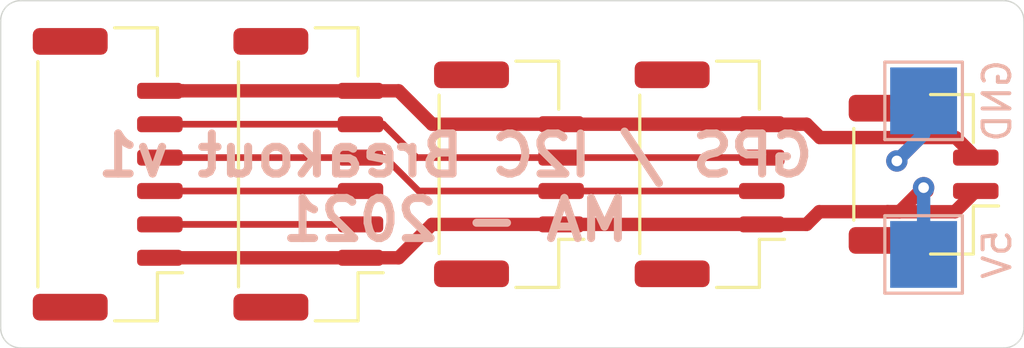
<source format=kicad_pcb>
(kicad_pcb (version 20171130) (host pcbnew "(5.1.5)-3")

  (general
    (thickness 1.6)
    (drawings 9)
    (tracks 44)
    (zones 0)
    (modules 7)
    (nets 7)
  )

  (page A4)
  (layers
    (0 F.Cu signal)
    (31 B.Cu signal)
    (32 B.Adhes user)
    (33 F.Adhes user)
    (34 B.Paste user)
    (35 F.Paste user)
    (36 B.SilkS user)
    (37 F.SilkS user)
    (38 B.Mask user)
    (39 F.Mask user)
    (40 Dwgs.User user)
    (41 Cmts.User user)
    (42 Eco1.User user)
    (43 Eco2.User user)
    (44 Edge.Cuts user)
    (45 Margin user)
    (46 B.CrtYd user)
    (47 F.CrtYd user)
    (48 B.Fab user hide)
    (49 F.Fab user hide)
  )

  (setup
    (last_trace_width 0.25)
    (trace_clearance 0.2)
    (zone_clearance 0.508)
    (zone_45_only no)
    (trace_min 0.2)
    (via_size 0.8)
    (via_drill 0.4)
    (via_min_size 0.4)
    (via_min_drill 0.3)
    (uvia_size 0.3)
    (uvia_drill 0.1)
    (uvias_allowed no)
    (uvia_min_size 0.2)
    (uvia_min_drill 0.1)
    (edge_width 0.05)
    (segment_width 0.2)
    (pcb_text_width 0.3)
    (pcb_text_size 1.5 1.5)
    (mod_edge_width 0.12)
    (mod_text_size 1 1)
    (mod_text_width 0.15)
    (pad_size 1.524 1.524)
    (pad_drill 0.762)
    (pad_to_mask_clearance 0.051)
    (solder_mask_min_width 0.25)
    (aux_axis_origin 0 0)
    (visible_elements 7FFFFFFF)
    (pcbplotparams
      (layerselection 0x010fc_ffffffff)
      (usegerberextensions true)
      (usegerberattributes false)
      (usegerberadvancedattributes false)
      (creategerberjobfile false)
      (excludeedgelayer true)
      (linewidth 0.100000)
      (plotframeref false)
      (viasonmask false)
      (mode 1)
      (useauxorigin false)
      (hpglpennumber 1)
      (hpglpenspeed 20)
      (hpglpendiameter 15.000000)
      (psnegative false)
      (psa4output false)
      (plotreference true)
      (plotvalue true)
      (plotinvisibletext false)
      (padsonsilk false)
      (subtractmaskfromsilk true)
      (outputformat 1)
      (mirror false)
      (drillshape 0)
      (scaleselection 1)
      (outputdirectory "outputs/"))
  )

  (net 0 "")
  (net 1 Earth)
  (net 2 +5V)
  (net 3 "Net-(J2-Pad3)")
  (net 4 "Net-(J2-Pad2)")
  (net 5 "Net-(J4-Pad3)")
  (net 6 "Net-(J4-Pad2)")

  (net_class Default "This is the default net class."
    (clearance 0.2)
    (trace_width 0.25)
    (via_dia 0.8)
    (via_drill 0.4)
    (uvia_dia 0.3)
    (uvia_drill 0.1)
    (add_net "Net-(J2-Pad2)")
    (add_net "Net-(J2-Pad3)")
    (add_net "Net-(J4-Pad2)")
    (add_net "Net-(J4-Pad3)")
  )

  (net_class Power ""
    (clearance 0.2)
    (trace_width 0.5)
    (via_dia 0.8)
    (via_drill 0.4)
    (uvia_dia 0.3)
    (uvia_drill 0.1)
    (add_net +5V)
    (add_net Earth)
  )

  (module Connector_JST:JST_GH_BM06B-GHS-TBT_1x06-1MP_P1.25mm_Vertical (layer F.Cu) (tedit 5B78AD87) (tstamp 616CD70C)
    (at 187 75 90)
    (descr "JST GH series connector, BM06B-GHS-TBT (http://www.jst-mfg.com/product/pdf/eng/eGH.pdf), generated with kicad-footprint-generator")
    (tags "connector JST GH side entry")
    (path /616CE858)
    (attr smd)
    (fp_text reference J5 (at 0 -4 90) (layer F.Fab)
      (effects (font (size 1 1) (thickness 0.15)))
    )
    (fp_text value Conn_01x04_Male (at 0 4 90) (layer F.Fab)
      (effects (font (size 1 1) (thickness 0.15)))
    )
    (fp_text user %R (at 0 -1.5 90) (layer F.Fab)
      (effects (font (size 1 1) (thickness 0.15)))
    )
    (fp_line (start -3.125 1.042893) (end -2.625 1.75) (layer F.Fab) (width 0.1))
    (fp_line (start -3.625 1.75) (end -3.125 1.042893) (layer F.Fab) (width 0.1))
    (fp_line (start 5.98 -3.3) (end -5.98 -3.3) (layer F.CrtYd) (width 0.05))
    (fp_line (start 5.98 3.3) (end 5.98 -3.3) (layer F.CrtYd) (width 0.05))
    (fp_line (start -5.98 3.3) (end 5.98 3.3) (layer F.CrtYd) (width 0.05))
    (fp_line (start -5.98 -3.3) (end -5.98 3.3) (layer F.CrtYd) (width 0.05))
    (fp_line (start 3.375 -0.5) (end 2.875 -0.5) (layer F.Fab) (width 0.1))
    (fp_line (start 3.375 0) (end 3.375 -0.5) (layer F.Fab) (width 0.1))
    (fp_line (start 2.875 0) (end 3.375 0) (layer F.Fab) (width 0.1))
    (fp_line (start 2.875 -0.5) (end 2.875 0) (layer F.Fab) (width 0.1))
    (fp_line (start 2.125 -0.5) (end 1.625 -0.5) (layer F.Fab) (width 0.1))
    (fp_line (start 2.125 0) (end 2.125 -0.5) (layer F.Fab) (width 0.1))
    (fp_line (start 1.625 0) (end 2.125 0) (layer F.Fab) (width 0.1))
    (fp_line (start 1.625 -0.5) (end 1.625 0) (layer F.Fab) (width 0.1))
    (fp_line (start 0.875 -0.5) (end 0.375 -0.5) (layer F.Fab) (width 0.1))
    (fp_line (start 0.875 0) (end 0.875 -0.5) (layer F.Fab) (width 0.1))
    (fp_line (start 0.375 0) (end 0.875 0) (layer F.Fab) (width 0.1))
    (fp_line (start 0.375 -0.5) (end 0.375 0) (layer F.Fab) (width 0.1))
    (fp_line (start -0.375 -0.5) (end -0.875 -0.5) (layer F.Fab) (width 0.1))
    (fp_line (start -0.375 0) (end -0.375 -0.5) (layer F.Fab) (width 0.1))
    (fp_line (start -0.875 0) (end -0.375 0) (layer F.Fab) (width 0.1))
    (fp_line (start -0.875 -0.5) (end -0.875 0) (layer F.Fab) (width 0.1))
    (fp_line (start -1.625 -0.5) (end -2.125 -0.5) (layer F.Fab) (width 0.1))
    (fp_line (start -1.625 0) (end -1.625 -0.5) (layer F.Fab) (width 0.1))
    (fp_line (start -2.125 0) (end -1.625 0) (layer F.Fab) (width 0.1))
    (fp_line (start -2.125 -0.5) (end -2.125 0) (layer F.Fab) (width 0.1))
    (fp_line (start -2.875 -0.5) (end -3.375 -0.5) (layer F.Fab) (width 0.1))
    (fp_line (start -2.875 0) (end -2.875 -0.5) (layer F.Fab) (width 0.1))
    (fp_line (start -3.375 0) (end -2.875 0) (layer F.Fab) (width 0.1))
    (fp_line (start -3.375 -0.5) (end -3.375 0) (layer F.Fab) (width 0.1))
    (fp_line (start 5.375 1.75) (end 5.375 -2.5) (layer F.Fab) (width 0.1))
    (fp_line (start -5.375 1.75) (end -5.375 -2.5) (layer F.Fab) (width 0.1))
    (fp_line (start -5.375 -2.5) (end 5.375 -2.5) (layer F.Fab) (width 0.1))
    (fp_line (start -4.215 -2.61) (end 4.215 -2.61) (layer F.SilkS) (width 0.12))
    (fp_line (start 5.485 1.86) (end 3.685 1.86) (layer F.SilkS) (width 0.12))
    (fp_line (start 5.485 0.26) (end 5.485 1.86) (layer F.SilkS) (width 0.12))
    (fp_line (start -3.685 1.86) (end -3.685 2.8) (layer F.SilkS) (width 0.12))
    (fp_line (start -5.485 1.86) (end -3.685 1.86) (layer F.SilkS) (width 0.12))
    (fp_line (start -5.485 0.26) (end -5.485 1.86) (layer F.SilkS) (width 0.12))
    (fp_line (start -5.375 1.75) (end 5.375 1.75) (layer F.Fab) (width 0.1))
    (pad MP smd roundrect (at 4.975 -1.4 90) (size 1 2.8) (layers F.Cu F.Paste F.Mask) (roundrect_rratio 0.25))
    (pad MP smd roundrect (at -4.975 -1.4 90) (size 1 2.8) (layers F.Cu F.Paste F.Mask) (roundrect_rratio 0.25))
    (pad 6 smd roundrect (at 3.125 1.95 90) (size 0.6 1.7) (layers F.Cu F.Paste F.Mask) (roundrect_rratio 0.25)
      (net 1 Earth))
    (pad 5 smd roundrect (at 1.875 1.95 90) (size 0.6 1.7) (layers F.Cu F.Paste F.Mask) (roundrect_rratio 0.25)
      (net 3 "Net-(J2-Pad3)"))
    (pad 4 smd roundrect (at 0.625 1.95 90) (size 0.6 1.7) (layers F.Cu F.Paste F.Mask) (roundrect_rratio 0.25)
      (net 4 "Net-(J2-Pad2)"))
    (pad 3 smd roundrect (at -0.625 1.95 90) (size 0.6 1.7) (layers F.Cu F.Paste F.Mask) (roundrect_rratio 0.25)
      (net 5 "Net-(J4-Pad3)"))
    (pad 2 smd roundrect (at -1.875 1.95 90) (size 0.6 1.7) (layers F.Cu F.Paste F.Mask) (roundrect_rratio 0.25)
      (net 6 "Net-(J4-Pad2)"))
    (pad 1 smd roundrect (at -3.125 1.95 90) (size 0.6 1.7) (layers F.Cu F.Paste F.Mask) (roundrect_rratio 0.25)
      (net 2 +5V))
    (model ${KISYS3DMOD}/Connector_JST.3dshapes/JST_GH_BM06B-GHS-TBT_1x06-1MP_P1.25mm_Vertical.wrl
      (at (xyz 0 0 0))
      (scale (xyz 1 1 1))
      (rotate (xyz 0 0 0))
    )
  )

  (module Connector_JST:JST_GH_BM06B-GHS-TBT_1x06-1MP_P1.25mm_Vertical (layer F.Cu) (tedit 5B78AD87) (tstamp 616CD6E1)
    (at 179.5 75 90)
    (descr "JST GH series connector, BM06B-GHS-TBT (http://www.jst-mfg.com/product/pdf/eng/eGH.pdf), generated with kicad-footprint-generator")
    (tags "connector JST GH side entry")
    (path /616CE520)
    (attr smd)
    (fp_text reference J4 (at 0 -4 90) (layer F.Fab)
      (effects (font (size 1 1) (thickness 0.15)))
    )
    (fp_text value Conn_01x04_Male (at 0 4 90) (layer F.Fab)
      (effects (font (size 1 1) (thickness 0.15)))
    )
    (fp_text user %R (at 0 -1.5 90) (layer F.Fab)
      (effects (font (size 1 1) (thickness 0.15)))
    )
    (fp_line (start -3.125 1.042893) (end -2.625 1.75) (layer F.Fab) (width 0.1))
    (fp_line (start -3.625 1.75) (end -3.125 1.042893) (layer F.Fab) (width 0.1))
    (fp_line (start 5.98 -3.3) (end -5.98 -3.3) (layer F.CrtYd) (width 0.05))
    (fp_line (start 5.98 3.3) (end 5.98 -3.3) (layer F.CrtYd) (width 0.05))
    (fp_line (start -5.98 3.3) (end 5.98 3.3) (layer F.CrtYd) (width 0.05))
    (fp_line (start -5.98 -3.3) (end -5.98 3.3) (layer F.CrtYd) (width 0.05))
    (fp_line (start 3.375 -0.5) (end 2.875 -0.5) (layer F.Fab) (width 0.1))
    (fp_line (start 3.375 0) (end 3.375 -0.5) (layer F.Fab) (width 0.1))
    (fp_line (start 2.875 0) (end 3.375 0) (layer F.Fab) (width 0.1))
    (fp_line (start 2.875 -0.5) (end 2.875 0) (layer F.Fab) (width 0.1))
    (fp_line (start 2.125 -0.5) (end 1.625 -0.5) (layer F.Fab) (width 0.1))
    (fp_line (start 2.125 0) (end 2.125 -0.5) (layer F.Fab) (width 0.1))
    (fp_line (start 1.625 0) (end 2.125 0) (layer F.Fab) (width 0.1))
    (fp_line (start 1.625 -0.5) (end 1.625 0) (layer F.Fab) (width 0.1))
    (fp_line (start 0.875 -0.5) (end 0.375 -0.5) (layer F.Fab) (width 0.1))
    (fp_line (start 0.875 0) (end 0.875 -0.5) (layer F.Fab) (width 0.1))
    (fp_line (start 0.375 0) (end 0.875 0) (layer F.Fab) (width 0.1))
    (fp_line (start 0.375 -0.5) (end 0.375 0) (layer F.Fab) (width 0.1))
    (fp_line (start -0.375 -0.5) (end -0.875 -0.5) (layer F.Fab) (width 0.1))
    (fp_line (start -0.375 0) (end -0.375 -0.5) (layer F.Fab) (width 0.1))
    (fp_line (start -0.875 0) (end -0.375 0) (layer F.Fab) (width 0.1))
    (fp_line (start -0.875 -0.5) (end -0.875 0) (layer F.Fab) (width 0.1))
    (fp_line (start -1.625 -0.5) (end -2.125 -0.5) (layer F.Fab) (width 0.1))
    (fp_line (start -1.625 0) (end -1.625 -0.5) (layer F.Fab) (width 0.1))
    (fp_line (start -2.125 0) (end -1.625 0) (layer F.Fab) (width 0.1))
    (fp_line (start -2.125 -0.5) (end -2.125 0) (layer F.Fab) (width 0.1))
    (fp_line (start -2.875 -0.5) (end -3.375 -0.5) (layer F.Fab) (width 0.1))
    (fp_line (start -2.875 0) (end -2.875 -0.5) (layer F.Fab) (width 0.1))
    (fp_line (start -3.375 0) (end -2.875 0) (layer F.Fab) (width 0.1))
    (fp_line (start -3.375 -0.5) (end -3.375 0) (layer F.Fab) (width 0.1))
    (fp_line (start 5.375 1.75) (end 5.375 -2.5) (layer F.Fab) (width 0.1))
    (fp_line (start -5.375 1.75) (end -5.375 -2.5) (layer F.Fab) (width 0.1))
    (fp_line (start -5.375 -2.5) (end 5.375 -2.5) (layer F.Fab) (width 0.1))
    (fp_line (start -4.215 -2.61) (end 4.215 -2.61) (layer F.SilkS) (width 0.12))
    (fp_line (start 5.485 1.86) (end 3.685 1.86) (layer F.SilkS) (width 0.12))
    (fp_line (start 5.485 0.26) (end 5.485 1.86) (layer F.SilkS) (width 0.12))
    (fp_line (start -3.685 1.86) (end -3.685 2.8) (layer F.SilkS) (width 0.12))
    (fp_line (start -5.485 1.86) (end -3.685 1.86) (layer F.SilkS) (width 0.12))
    (fp_line (start -5.485 0.26) (end -5.485 1.86) (layer F.SilkS) (width 0.12))
    (fp_line (start -5.375 1.75) (end 5.375 1.75) (layer F.Fab) (width 0.1))
    (pad MP smd roundrect (at 4.975 -1.4 90) (size 1 2.8) (layers F.Cu F.Paste F.Mask) (roundrect_rratio 0.25))
    (pad MP smd roundrect (at -4.975 -1.4 90) (size 1 2.8) (layers F.Cu F.Paste F.Mask) (roundrect_rratio 0.25))
    (pad 6 smd roundrect (at 3.125 1.95 90) (size 0.6 1.7) (layers F.Cu F.Paste F.Mask) (roundrect_rratio 0.25)
      (net 1 Earth))
    (pad 5 smd roundrect (at 1.875 1.95 90) (size 0.6 1.7) (layers F.Cu F.Paste F.Mask) (roundrect_rratio 0.25)
      (net 3 "Net-(J2-Pad3)"))
    (pad 4 smd roundrect (at 0.625 1.95 90) (size 0.6 1.7) (layers F.Cu F.Paste F.Mask) (roundrect_rratio 0.25)
      (net 4 "Net-(J2-Pad2)"))
    (pad 3 smd roundrect (at -0.625 1.95 90) (size 0.6 1.7) (layers F.Cu F.Paste F.Mask) (roundrect_rratio 0.25)
      (net 5 "Net-(J4-Pad3)"))
    (pad 2 smd roundrect (at -1.875 1.95 90) (size 0.6 1.7) (layers F.Cu F.Paste F.Mask) (roundrect_rratio 0.25)
      (net 6 "Net-(J4-Pad2)"))
    (pad 1 smd roundrect (at -3.125 1.95 90) (size 0.6 1.7) (layers F.Cu F.Paste F.Mask) (roundrect_rratio 0.25)
      (net 2 +5V))
    (model ${KISYS3DMOD}/Connector_JST.3dshapes/JST_GH_BM06B-GHS-TBT_1x06-1MP_P1.25mm_Vertical.wrl
      (at (xyz 0 0 0))
      (scale (xyz 1 1 1))
      (rotate (xyz 0 0 0))
    )
  )

  (module TestPoint:TestPoint_Pad_2.5x2.5mm (layer B.Cu) (tedit 5A0F774F) (tstamp 616CAE56)
    (at 210 72.25)
    (descr "SMD rectangular pad as test Point, square 2.5mm side length")
    (tags "test point SMD pad rectangle square")
    (path /616D4A04)
    (attr virtual)
    (fp_text reference J8 (at 0 2.148) (layer F.Fab)
      (effects (font (size 1 1) (thickness 0.15)) (justify mirror))
    )
    (fp_text value GND (at 2.75 0 270) (layer B.SilkS)
      (effects (font (size 1 1) (thickness 0.15)) (justify mirror))
    )
    (fp_line (start 1.75 -1.75) (end -1.75 -1.75) (layer B.CrtYd) (width 0.05))
    (fp_line (start 1.75 -1.75) (end 1.75 1.75) (layer B.CrtYd) (width 0.05))
    (fp_line (start -1.75 1.75) (end -1.75 -1.75) (layer B.CrtYd) (width 0.05))
    (fp_line (start -1.75 1.75) (end 1.75 1.75) (layer B.CrtYd) (width 0.05))
    (fp_line (start -1.45 -1.45) (end -1.45 1.45) (layer B.SilkS) (width 0.12))
    (fp_line (start 1.45 -1.45) (end -1.45 -1.45) (layer B.SilkS) (width 0.12))
    (fp_line (start 1.45 1.45) (end 1.45 -1.45) (layer B.SilkS) (width 0.12))
    (fp_line (start -1.45 1.45) (end 1.45 1.45) (layer B.SilkS) (width 0.12))
    (fp_text user %R (at 0 2.15) (layer B.Fab)
      (effects (font (size 1 1) (thickness 0.15)) (justify mirror))
    )
    (pad 1 smd rect (at 0 0) (size 2.5 2.5) (layers B.Cu B.Mask)
      (net 1 Earth))
  )

  (module TestPoint:TestPoint_Pad_2.5x2.5mm (layer B.Cu) (tedit 5A0F774F) (tstamp 616D21A2)
    (at 210 78)
    (descr "SMD rectangular pad as test Point, square 2.5mm side length")
    (tags "test point SMD pad rectangle square")
    (path /616D4732)
    (attr virtual)
    (fp_text reference J7 (at 0 2.148) (layer F.Fab)
      (effects (font (size 1 1) (thickness 0.15)) (justify mirror))
    )
    (fp_text value 5V (at 2.75 0 90) (layer B.SilkS)
      (effects (font (size 1 1) (thickness 0.15)) (justify mirror))
    )
    (fp_line (start 1.75 -1.75) (end -1.75 -1.75) (layer B.CrtYd) (width 0.05))
    (fp_line (start 1.75 -1.75) (end 1.75 1.75) (layer B.CrtYd) (width 0.05))
    (fp_line (start -1.75 1.75) (end -1.75 -1.75) (layer B.CrtYd) (width 0.05))
    (fp_line (start -1.75 1.75) (end 1.75 1.75) (layer B.CrtYd) (width 0.05))
    (fp_line (start -1.45 -1.45) (end -1.45 1.45) (layer B.SilkS) (width 0.12))
    (fp_line (start 1.45 -1.45) (end -1.45 -1.45) (layer B.SilkS) (width 0.12))
    (fp_line (start 1.45 1.45) (end 1.45 -1.45) (layer B.SilkS) (width 0.12))
    (fp_line (start -1.45 1.45) (end 1.45 1.45) (layer B.SilkS) (width 0.12))
    (fp_text user %R (at 0 2.15) (layer B.Fab)
      (effects (font (size 1 1) (thickness 0.15)) (justify mirror))
    )
    (pad 1 smd rect (at 0 0) (size 2.5 2.5) (layers B.Cu B.Mask)
      (net 2 +5V))
  )

  (module Connector_JST:JST_GH_BM04B-GHS-TBT_1x04-1MP_P1.25mm_Vertical (layer F.Cu) (tedit 5B78AD87) (tstamp 616CAB37)
    (at 202 75 90)
    (descr "JST GH series connector, BM04B-GHS-TBT (http://www.jst-mfg.com/product/pdf/eng/eGH.pdf), generated with kicad-footprint-generator")
    (tags "connector JST GH side entry")
    (path /616CE17D)
    (attr smd)
    (fp_text reference J3 (at 0 -4 90) (layer F.Fab)
      (effects (font (size 1 1) (thickness 0.15)))
    )
    (fp_text value Conn_01x04_Male (at 0 4 90) (layer F.Fab)
      (effects (font (size 1 1) (thickness 0.15)))
    )
    (fp_text user %R (at 0 -1.5 90) (layer F.Fab)
      (effects (font (size 1 1) (thickness 0.15)))
    )
    (fp_line (start -1.875 1.042893) (end -1.375 1.75) (layer F.Fab) (width 0.1))
    (fp_line (start -2.375 1.75) (end -1.875 1.042893) (layer F.Fab) (width 0.1))
    (fp_line (start 4.72 -3.3) (end -4.72 -3.3) (layer F.CrtYd) (width 0.05))
    (fp_line (start 4.72 3.3) (end 4.72 -3.3) (layer F.CrtYd) (width 0.05))
    (fp_line (start -4.72 3.3) (end 4.72 3.3) (layer F.CrtYd) (width 0.05))
    (fp_line (start -4.72 -3.3) (end -4.72 3.3) (layer F.CrtYd) (width 0.05))
    (fp_line (start 2.125 -0.5) (end 1.625 -0.5) (layer F.Fab) (width 0.1))
    (fp_line (start 2.125 0) (end 2.125 -0.5) (layer F.Fab) (width 0.1))
    (fp_line (start 1.625 0) (end 2.125 0) (layer F.Fab) (width 0.1))
    (fp_line (start 1.625 -0.5) (end 1.625 0) (layer F.Fab) (width 0.1))
    (fp_line (start 0.875 -0.5) (end 0.375 -0.5) (layer F.Fab) (width 0.1))
    (fp_line (start 0.875 0) (end 0.875 -0.5) (layer F.Fab) (width 0.1))
    (fp_line (start 0.375 0) (end 0.875 0) (layer F.Fab) (width 0.1))
    (fp_line (start 0.375 -0.5) (end 0.375 0) (layer F.Fab) (width 0.1))
    (fp_line (start -0.375 -0.5) (end -0.875 -0.5) (layer F.Fab) (width 0.1))
    (fp_line (start -0.375 0) (end -0.375 -0.5) (layer F.Fab) (width 0.1))
    (fp_line (start -0.875 0) (end -0.375 0) (layer F.Fab) (width 0.1))
    (fp_line (start -0.875 -0.5) (end -0.875 0) (layer F.Fab) (width 0.1))
    (fp_line (start -1.625 -0.5) (end -2.125 -0.5) (layer F.Fab) (width 0.1))
    (fp_line (start -1.625 0) (end -1.625 -0.5) (layer F.Fab) (width 0.1))
    (fp_line (start -2.125 0) (end -1.625 0) (layer F.Fab) (width 0.1))
    (fp_line (start -2.125 -0.5) (end -2.125 0) (layer F.Fab) (width 0.1))
    (fp_line (start 4.125 1.75) (end 4.125 -2.5) (layer F.Fab) (width 0.1))
    (fp_line (start -4.125 1.75) (end -4.125 -2.5) (layer F.Fab) (width 0.1))
    (fp_line (start -4.125 -2.5) (end 4.125 -2.5) (layer F.Fab) (width 0.1))
    (fp_line (start -2.965 -2.61) (end 2.965 -2.61) (layer F.SilkS) (width 0.12))
    (fp_line (start 4.235 1.86) (end 2.435 1.86) (layer F.SilkS) (width 0.12))
    (fp_line (start 4.235 0.26) (end 4.235 1.86) (layer F.SilkS) (width 0.12))
    (fp_line (start -2.435 1.86) (end -2.435 2.8) (layer F.SilkS) (width 0.12))
    (fp_line (start -4.235 1.86) (end -2.435 1.86) (layer F.SilkS) (width 0.12))
    (fp_line (start -4.235 0.26) (end -4.235 1.86) (layer F.SilkS) (width 0.12))
    (fp_line (start -4.125 1.75) (end 4.125 1.75) (layer F.Fab) (width 0.1))
    (pad MP smd roundrect (at 3.725 -1.4 90) (size 1 2.8) (layers F.Cu F.Paste F.Mask) (roundrect_rratio 0.25))
    (pad MP smd roundrect (at -3.725 -1.4 90) (size 1 2.8) (layers F.Cu F.Paste F.Mask) (roundrect_rratio 0.25))
    (pad 4 smd roundrect (at 1.875 1.95 90) (size 0.6 1.7) (layers F.Cu F.Paste F.Mask) (roundrect_rratio 0.25)
      (net 1 Earth))
    (pad 3 smd roundrect (at 0.625 1.95 90) (size 0.6 1.7) (layers F.Cu F.Paste F.Mask) (roundrect_rratio 0.25)
      (net 3 "Net-(J2-Pad3)"))
    (pad 2 smd roundrect (at -0.625 1.95 90) (size 0.6 1.7) (layers F.Cu F.Paste F.Mask) (roundrect_rratio 0.25)
      (net 4 "Net-(J2-Pad2)"))
    (pad 1 smd roundrect (at -1.875 1.95 90) (size 0.6 1.7) (layers F.Cu F.Paste F.Mask) (roundrect_rratio 0.25)
      (net 2 +5V))
    (model ${KISYS3DMOD}/Connector_JST.3dshapes/JST_GH_BM04B-GHS-TBT_1x04-1MP_P1.25mm_Vertical.wrl
      (at (xyz 0 0 0))
      (scale (xyz 1 1 1))
      (rotate (xyz 0 0 0))
    )
  )

  (module Connector_JST:JST_GH_BM04B-GHS-TBT_1x04-1MP_P1.25mm_Vertical (layer F.Cu) (tedit 5B78AD87) (tstamp 616CD68B)
    (at 194.5 75 90)
    (descr "JST GH series connector, BM04B-GHS-TBT (http://www.jst-mfg.com/product/pdf/eng/eGH.pdf), generated with kicad-footprint-generator")
    (tags "connector JST GH side entry")
    (path /616CD407)
    (attr smd)
    (fp_text reference J2 (at 0 -4 90) (layer F.Fab)
      (effects (font (size 1 1) (thickness 0.15)))
    )
    (fp_text value Conn_01x04_Male (at 0 4 90) (layer F.Fab)
      (effects (font (size 1 1) (thickness 0.15)))
    )
    (fp_text user %R (at 0 -1.5 90) (layer F.Fab)
      (effects (font (size 1 1) (thickness 0.15)))
    )
    (fp_line (start -1.875 1.042893) (end -1.375 1.75) (layer F.Fab) (width 0.1))
    (fp_line (start -2.375 1.75) (end -1.875 1.042893) (layer F.Fab) (width 0.1))
    (fp_line (start 4.72 -3.3) (end -4.72 -3.3) (layer F.CrtYd) (width 0.05))
    (fp_line (start 4.72 3.3) (end 4.72 -3.3) (layer F.CrtYd) (width 0.05))
    (fp_line (start -4.72 3.3) (end 4.72 3.3) (layer F.CrtYd) (width 0.05))
    (fp_line (start -4.72 -3.3) (end -4.72 3.3) (layer F.CrtYd) (width 0.05))
    (fp_line (start 2.125 -0.5) (end 1.625 -0.5) (layer F.Fab) (width 0.1))
    (fp_line (start 2.125 0) (end 2.125 -0.5) (layer F.Fab) (width 0.1))
    (fp_line (start 1.625 0) (end 2.125 0) (layer F.Fab) (width 0.1))
    (fp_line (start 1.625 -0.5) (end 1.625 0) (layer F.Fab) (width 0.1))
    (fp_line (start 0.875 -0.5) (end 0.375 -0.5) (layer F.Fab) (width 0.1))
    (fp_line (start 0.875 0) (end 0.875 -0.5) (layer F.Fab) (width 0.1))
    (fp_line (start 0.375 0) (end 0.875 0) (layer F.Fab) (width 0.1))
    (fp_line (start 0.375 -0.5) (end 0.375 0) (layer F.Fab) (width 0.1))
    (fp_line (start -0.375 -0.5) (end -0.875 -0.5) (layer F.Fab) (width 0.1))
    (fp_line (start -0.375 0) (end -0.375 -0.5) (layer F.Fab) (width 0.1))
    (fp_line (start -0.875 0) (end -0.375 0) (layer F.Fab) (width 0.1))
    (fp_line (start -0.875 -0.5) (end -0.875 0) (layer F.Fab) (width 0.1))
    (fp_line (start -1.625 -0.5) (end -2.125 -0.5) (layer F.Fab) (width 0.1))
    (fp_line (start -1.625 0) (end -1.625 -0.5) (layer F.Fab) (width 0.1))
    (fp_line (start -2.125 0) (end -1.625 0) (layer F.Fab) (width 0.1))
    (fp_line (start -2.125 -0.5) (end -2.125 0) (layer F.Fab) (width 0.1))
    (fp_line (start 4.125 1.75) (end 4.125 -2.5) (layer F.Fab) (width 0.1))
    (fp_line (start -4.125 1.75) (end -4.125 -2.5) (layer F.Fab) (width 0.1))
    (fp_line (start -4.125 -2.5) (end 4.125 -2.5) (layer F.Fab) (width 0.1))
    (fp_line (start -2.965 -2.61) (end 2.965 -2.61) (layer F.SilkS) (width 0.12))
    (fp_line (start 4.235 1.86) (end 2.435 1.86) (layer F.SilkS) (width 0.12))
    (fp_line (start 4.235 0.26) (end 4.235 1.86) (layer F.SilkS) (width 0.12))
    (fp_line (start -2.435 1.86) (end -2.435 2.8) (layer F.SilkS) (width 0.12))
    (fp_line (start -4.235 1.86) (end -2.435 1.86) (layer F.SilkS) (width 0.12))
    (fp_line (start -4.235 0.26) (end -4.235 1.86) (layer F.SilkS) (width 0.12))
    (fp_line (start -4.125 1.75) (end 4.125 1.75) (layer F.Fab) (width 0.1))
    (pad MP smd roundrect (at 3.725 -1.4 90) (size 1 2.8) (layers F.Cu F.Paste F.Mask) (roundrect_rratio 0.25))
    (pad MP smd roundrect (at -3.725 -1.4 90) (size 1 2.8) (layers F.Cu F.Paste F.Mask) (roundrect_rratio 0.25))
    (pad 4 smd roundrect (at 1.875 1.95 90) (size 0.6 1.7) (layers F.Cu F.Paste F.Mask) (roundrect_rratio 0.25)
      (net 1 Earth))
    (pad 3 smd roundrect (at 0.625 1.95 90) (size 0.6 1.7) (layers F.Cu F.Paste F.Mask) (roundrect_rratio 0.25)
      (net 3 "Net-(J2-Pad3)"))
    (pad 2 smd roundrect (at -0.625 1.95 90) (size 0.6 1.7) (layers F.Cu F.Paste F.Mask) (roundrect_rratio 0.25)
      (net 4 "Net-(J2-Pad2)"))
    (pad 1 smd roundrect (at -1.875 1.95 90) (size 0.6 1.7) (layers F.Cu F.Paste F.Mask) (roundrect_rratio 0.25)
      (net 2 +5V))
    (model ${KISYS3DMOD}/Connector_JST.3dshapes/JST_GH_BM04B-GHS-TBT_1x04-1MP_P1.25mm_Vertical.wrl
      (at (xyz 0 0 0))
      (scale (xyz 1 1 1))
      (rotate (xyz 0 0 0))
    )
  )

  (module Connector_JST:JST_GH_BM02B-GHS-TBT_1x02-1MP_P1.25mm_Vertical (layer F.Cu) (tedit 5B78AD87) (tstamp 616CD660)
    (at 210 75 90)
    (descr "JST GH series connector, BM02B-GHS-TBT (http://www.jst-mfg.com/product/pdf/eng/eGH.pdf), generated with kicad-footprint-generator")
    (tags "connector JST GH side entry")
    (path /616CEFDD)
    (attr smd)
    (fp_text reference J1 (at 0 -4 90) (layer F.Fab)
      (effects (font (size 1 1) (thickness 0.15)))
    )
    (fp_text value Conn_01x02_Male (at 0 4 90) (layer F.Fab)
      (effects (font (size 1 1) (thickness 0.15)))
    )
    (fp_text user %R (at 0 -1.5 90) (layer F.Fab)
      (effects (font (size 1 1) (thickness 0.15)))
    )
    (fp_line (start -0.625 1.042893) (end -0.125 1.75) (layer F.Fab) (width 0.1))
    (fp_line (start -1.125 1.75) (end -0.625 1.042893) (layer F.Fab) (width 0.1))
    (fp_line (start 3.48 -3.3) (end -3.48 -3.3) (layer F.CrtYd) (width 0.05))
    (fp_line (start 3.48 3.3) (end 3.48 -3.3) (layer F.CrtYd) (width 0.05))
    (fp_line (start -3.48 3.3) (end 3.48 3.3) (layer F.CrtYd) (width 0.05))
    (fp_line (start -3.48 -3.3) (end -3.48 3.3) (layer F.CrtYd) (width 0.05))
    (fp_line (start 0.875 -0.5) (end 0.375 -0.5) (layer F.Fab) (width 0.1))
    (fp_line (start 0.875 0) (end 0.875 -0.5) (layer F.Fab) (width 0.1))
    (fp_line (start 0.375 0) (end 0.875 0) (layer F.Fab) (width 0.1))
    (fp_line (start 0.375 -0.5) (end 0.375 0) (layer F.Fab) (width 0.1))
    (fp_line (start -0.375 -0.5) (end -0.875 -0.5) (layer F.Fab) (width 0.1))
    (fp_line (start -0.375 0) (end -0.375 -0.5) (layer F.Fab) (width 0.1))
    (fp_line (start -0.875 0) (end -0.375 0) (layer F.Fab) (width 0.1))
    (fp_line (start -0.875 -0.5) (end -0.875 0) (layer F.Fab) (width 0.1))
    (fp_line (start 2.875 1.75) (end 2.875 -2.5) (layer F.Fab) (width 0.1))
    (fp_line (start -2.875 1.75) (end -2.875 -2.5) (layer F.Fab) (width 0.1))
    (fp_line (start -2.875 -2.5) (end 2.875 -2.5) (layer F.Fab) (width 0.1))
    (fp_line (start -1.715 -2.61) (end 1.715 -2.61) (layer F.SilkS) (width 0.12))
    (fp_line (start 2.985 1.86) (end 1.185 1.86) (layer F.SilkS) (width 0.12))
    (fp_line (start 2.985 0.26) (end 2.985 1.86) (layer F.SilkS) (width 0.12))
    (fp_line (start -1.185 1.86) (end -1.185 2.8) (layer F.SilkS) (width 0.12))
    (fp_line (start -2.985 1.86) (end -1.185 1.86) (layer F.SilkS) (width 0.12))
    (fp_line (start -2.985 0.26) (end -2.985 1.86) (layer F.SilkS) (width 0.12))
    (fp_line (start -2.875 1.75) (end 2.875 1.75) (layer F.Fab) (width 0.1))
    (pad MP smd roundrect (at 2.475 -1.4 90) (size 1 2.8) (layers F.Cu F.Paste F.Mask) (roundrect_rratio 0.25))
    (pad MP smd roundrect (at -2.475 -1.4 90) (size 1 2.8) (layers F.Cu F.Paste F.Mask) (roundrect_rratio 0.25))
    (pad 2 smd roundrect (at 0.625 1.95 90) (size 0.6 1.7) (layers F.Cu F.Paste F.Mask) (roundrect_rratio 0.25)
      (net 1 Earth))
    (pad 1 smd roundrect (at -0.625 1.95 90) (size 0.6 1.7) (layers F.Cu F.Paste F.Mask) (roundrect_rratio 0.25)
      (net 2 +5V))
    (model ${KISYS3DMOD}/Connector_JST.3dshapes/JST_GH_BM02B-GHS-TBT_1x02-1MP_P1.25mm_Vertical.wrl
      (at (xyz 0 0 0))
      (scale (xyz 1 1 1))
      (rotate (xyz 0 0 0))
    )
  )

  (gr_arc (start 176.25 69.25) (end 176.25 68.5) (angle -90) (layer Edge.Cuts) (width 0.05))
  (gr_arc (start 176.25 80.75) (end 175.5 80.75) (angle -90) (layer Edge.Cuts) (width 0.05))
  (gr_arc (start 213 80.75) (end 213 81.5) (angle -90) (layer Edge.Cuts) (width 0.05))
  (gr_arc (start 213 69.25) (end 213.75 69.25) (angle -90) (layer Edge.Cuts) (width 0.05))
  (gr_text "GPS / I2C Breakout v1\nMA - 2021" (at 192.5 75.5) (layer B.SilkS)
    (effects (font (size 1.5 1.5) (thickness 0.3)) (justify mirror))
  )
  (gr_line (start 213 68.5) (end 176.25 68.5) (layer Edge.Cuts) (width 0.05) (tstamp 616CAE1B))
  (gr_line (start 213.75 80.75) (end 213.75 69.25) (layer Edge.Cuts) (width 0.05))
  (gr_line (start 176.25 81.5) (end 213 81.5) (layer Edge.Cuts) (width 0.05))
  (gr_line (start 175.5 69.25) (end 175.5 80.75) (layer Edge.Cuts) (width 0.05))

  (segment (start 211.95 74.375) (end 211.19999 73.62499) (width 0.5) (layer F.Cu) (net 1))
  (segment (start 211.19999 73.62499) (end 209.87501 73.62499) (width 0.5) (layer F.Cu) (net 1))
  (via (at 209 74.5) (size 0.8) (drill 0.4) (layers F.Cu B.Cu) (net 1))
  (segment (start 209.87501 73.62499) (end 209 74.5) (width 0.5) (layer F.Cu) (net 1))
  (segment (start 209 72.5) (end 210 71.5) (width 0.5) (layer B.Cu) (net 1))
  (segment (start 210 73.5) (end 209 74.5) (width 0.5) (layer B.Cu) (net 1))
  (segment (start 210 72.25) (end 210 73.5) (width 0.5) (layer B.Cu) (net 1))
  (segment (start 203.95 73.125) (end 205.625 73.125) (width 0.5) (layer F.Cu) (net 1))
  (segment (start 206.12499 73.62499) (end 205.625 73.125) (width 0.5) (layer F.Cu) (net 1))
  (segment (start 209.87501 73.62499) (end 206.12499 73.62499) (width 0.5) (layer F.Cu) (net 1))
  (segment (start 182.3 71.875) (end 188.95 71.875) (width 0.5) (layer F.Cu) (net 1))
  (segment (start 181.45 71.875) (end 182.3 71.875) (width 0.5) (layer F.Cu) (net 1))
  (segment (start 188.95 71.875) (end 190.375 71.875) (width 0.5) (layer F.Cu) (net 1))
  (segment (start 191.625 73.125) (end 196.45 73.125) (width 0.5) (layer F.Cu) (net 1))
  (segment (start 190.375 71.875) (end 191.625 73.125) (width 0.5) (layer F.Cu) (net 1))
  (segment (start 196.45 73.125) (end 203.95 73.125) (width 0.5) (layer F.Cu) (net 1))
  (segment (start 211.95 75.625) (end 211.175 76.4) (width 0.5) (layer F.Cu) (net 2))
  (via (at 210 75.5) (size 0.8) (drill 0.4) (layers F.Cu B.Cu) (net 2))
  (segment (start 210.125 75.625) (end 210 75.5) (width 0.5) (layer F.Cu) (net 2))
  (segment (start 209.1 76.4) (end 210 75.5) (width 0.5) (layer F.Cu) (net 2))
  (segment (start 208.65 76.4) (end 209.1 76.4) (width 0.5) (layer F.Cu) (net 2))
  (segment (start 211.175 76.4) (end 208.65 76.4) (width 0.5) (layer F.Cu) (net 2))
  (segment (start 210 78) (end 210 75.5) (width 0.5) (layer B.Cu) (net 2))
  (segment (start 203.95 76.875) (end 205.625 76.875) (width 0.5) (layer F.Cu) (net 2))
  (segment (start 206.1 76.4) (end 208.65 76.4) (width 0.5) (layer F.Cu) (net 2))
  (segment (start 205.625 76.875) (end 206.1 76.4) (width 0.5) (layer F.Cu) (net 2))
  (segment (start 203.95 76.875) (end 196.45 76.875) (width 0.5) (layer F.Cu) (net 2))
  (segment (start 196.45 76.875) (end 191.625 76.875) (width 0.5) (layer F.Cu) (net 2))
  (segment (start 190.375 78.125) (end 188.95 78.125) (width 0.5) (layer F.Cu) (net 2))
  (segment (start 191.625 76.875) (end 190.375 78.125) (width 0.5) (layer F.Cu) (net 2))
  (segment (start 181.45 78.125) (end 188.95 78.125) (width 0.5) (layer F.Cu) (net 2))
  (segment (start 181.45 73.125) (end 188.95 73.125) (width 0.25) (layer F.Cu) (net 3))
  (segment (start 191.05 74.375) (end 195.6 74.375) (width 0.25) (layer F.Cu) (net 3))
  (segment (start 189.8 73.125) (end 191.05 74.375) (width 0.25) (layer F.Cu) (net 3))
  (segment (start 195.6 74.375) (end 196.45 74.375) (width 0.25) (layer F.Cu) (net 3))
  (segment (start 188.95 73.125) (end 189.8 73.125) (width 0.25) (layer F.Cu) (net 3))
  (segment (start 203.95 74.375) (end 196.45 74.375) (width 0.25) (layer F.Cu) (net 3))
  (segment (start 181.45 74.375) (end 188.95 74.375) (width 0.25) (layer F.Cu) (net 4))
  (segment (start 188.95 74.375) (end 189.875 74.375) (width 0.25) (layer F.Cu) (net 4))
  (segment (start 191.125 75.625) (end 196.45 75.625) (width 0.25) (layer F.Cu) (net 4))
  (segment (start 189.875 74.375) (end 191.125 75.625) (width 0.25) (layer F.Cu) (net 4))
  (segment (start 196.45 75.625) (end 203.95 75.625) (width 0.25) (layer F.Cu) (net 4))
  (segment (start 181.45 75.625) (end 188.95 75.625) (width 0.25) (layer F.Cu) (net 5))
  (segment (start 181.45 76.875) (end 188.95 76.875) (width 0.25) (layer F.Cu) (net 6))

)

</source>
